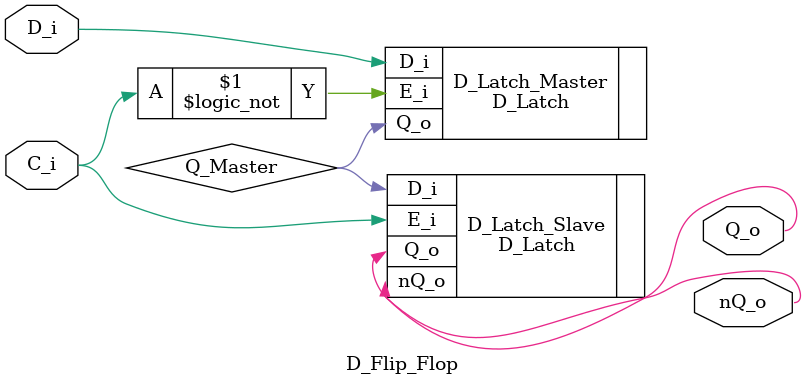
<source format=v>

module D_Flip_Flop(
	input D_i,
	input C_i,
	output Q_o,
	output nQ_o
);

wire Q_Master;

D_Latch D_Latch_Master(.D_i(D_i), .E_i(!C_i), .Q_o(Q_Master));
D_Latch D_Latch_Slave(.D_i(Q_Master), .E_i(C_i), .Q_o(Q_o), .nQ_o(nQ_o));

endmodule
</source>
